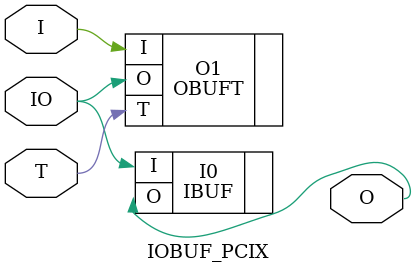
<source format=v>


`timescale  1 ps / 1 ps


module IOBUF_PCIX (O, IO, I, T);

    output O;

    inout  IO;

    input  I, T;

        OBUFT #(.IOSTANDARD("PCIX") ) O1 (.O(IO), .I(I), .T(T)); 
	IBUF #(.IOSTANDARD("PCIX"))  I0 (.O(O), .I(IO));
        

endmodule



</source>
